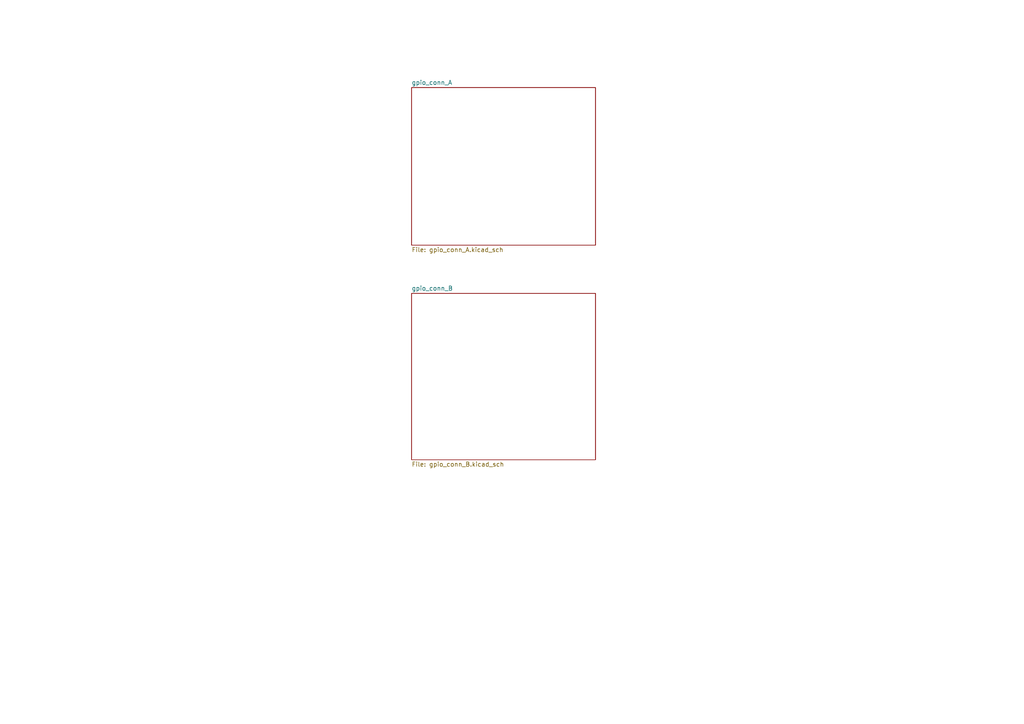
<source format=kicad_sch>
(kicad_sch (version 20230121) (generator eeschema)
  (paper "A4")
  (lib_symbols)
  (sheet (at 119.38 25.4) (size 53.34 45.72) (stroke (width 0.1524))
    (property "Sheetname" "gpio_conn_A" (at 119.38 24.6884 0) (effects (justify left bottom)))
    (property "Sheetfile" "gpio_conn_A.kicad_sch" (at 119.38 71.7046 0) (effects (justify left top)))
  )
  (sheet (at 119.38 85.09) (size 53.34 48.26) (stroke (width 0.1524))
    (property "Sheetname" "gpio_conn_B" (at 119.38 84.3784 0) (effects (justify left bottom)))
    (property "Sheetfile" "gpio_conn_B.kicad_sch" (at 119.38 133.9346 0) (effects (justify left top)))
  )
)
</source>
